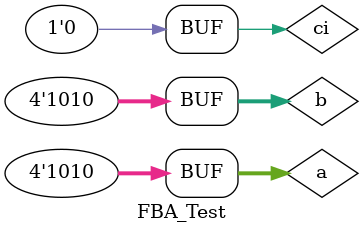
<source format=v>
`timescale 1ns / 1ps


module FBA_Test;

	// Inputs
	reg [3:0] a;
	reg [3:0] b;
	reg ci;

	// Outputs
	wire [3:0] s;
	wire co;

	// Instantiate the Unit Under Test (UUT)
	FourBitAdder uut (
		.a(a), 
		.b(b), 
		.ci(ci), 
		.s(s), 
		.co(co)
	);

	initial begin
		// Initialize Inputs
		a = 0;
		b = 0;
		ci = 0;

		// Wait 100 ns for global reset to finish
		#100 a=4'd1; b=4'd1;
		#100 a=4'd2; b=4'd3;
		#100 a=4'd4; b=4'd5;
		#100 a=4'd10; b=4'd10;
        
		// Add stimulus here

	end
      
endmodule


</source>
